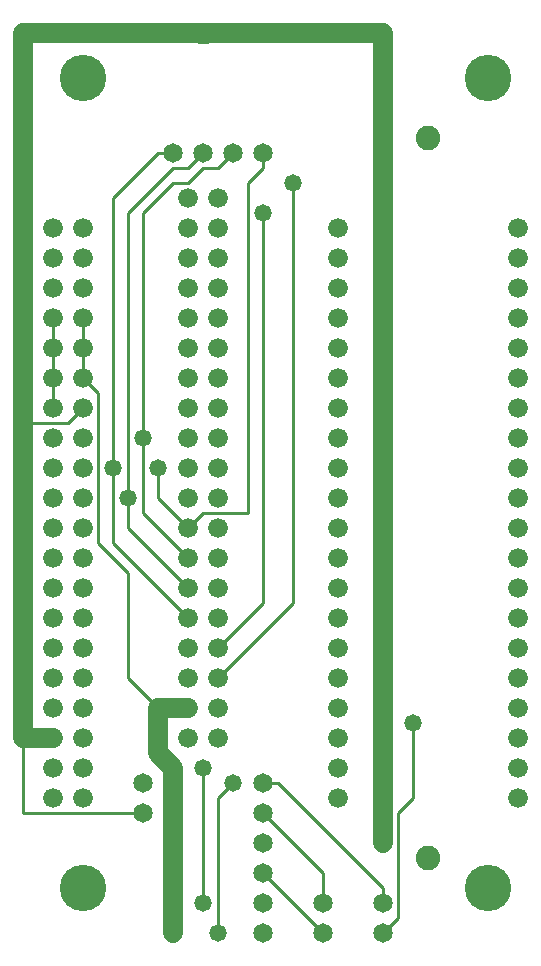
<source format=gtl>
%MOIN*%
%FSLAX25Y25*%
G04 D10 used for Character Trace; *
G04     Circle (OD=.01000) (No hole)*
G04 D11 used for Power Trace; *
G04     Circle (OD=.06700) (No hole)*
G04 D12 used for Signal Trace; *
G04     Circle (OD=.01100) (No hole)*
G04 D13 used for Via; *
G04     Circle (OD=.05800) (Round. Hole ID=.02800)*
G04 D14 used for Component hole; *
G04     Circle (OD=.06500) (Round. Hole ID=.03500)*
G04 D15 used for Component hole; *
G04     Circle (OD=.06600) (Round. Hole ID=.04200)*
G04 D16 used for Component hole; *
G04     Circle (OD=.08200) (Round. Hole ID=.05200)*
G04 D17 used for Component hole; *
G04     Circle (OD=.08950) (Round. Hole ID=.05950)*
G04 D18 used for Component hole; *
G04     Circle (OD=.11600) (Round. Hole ID=.08600)*
G04 D19 used for Component hole; *
G04     Circle (OD=.15500) (Round. Hole ID=.12500)*
G04 D20 used for Component hole; *
G04     Circle (OD=.18200) (Round. Hole ID=.15200)*
G04 D21 used for Component hole; *
G04     Circle (OD=.24300) (Round. Hole ID=.21300)*
%ADD10C,.01000*%
%ADD11C,.06700*%
%ADD12C,.01100*%
%ADD13C,.05800*%
%ADD14C,.06500*%
%ADD15C,.06600*%
%ADD16C,.08200*%
%ADD17C,.08950*%
%ADD18C,.11600*%
%ADD19C,.15500*%
%ADD20C,.18200*%
%ADD21C,.24300*%
%IPPOS*%
%LPD*%
G90*X0Y0D02*D19*X25000Y25000D03*D14*              
X45000Y50000D03*D12*X5000D01*Y75000D01*D11*       
X15000D01*D15*D03*X25000Y65000D03*Y85000D03*      
Y75000D03*X15000Y85000D03*D11*X5000Y75000D02*     
Y180000D01*Y310000D01*X55000D01*D14*D03*D11*      
X65000D01*D10*X63326Y311914D02*X64163Y312871D01*  
X65837D01*X66674Y311914D01*Y310957D01*            
X65837Y310000D01*X64163D01*X63326Y309043D01*      
Y307129D01*X66674D01*D14*X65000Y310000D03*D11*    
X75000D01*D14*D03*D11*X85000D01*D14*D03*D11*      
X125000D01*Y40000D01*D13*D03*D12*X130000Y15000D02*
Y50000D01*X125000Y10000D02*X130000Y15000D01*D14*  
X125000Y10000D03*Y20000D03*D12*Y25000D01*         
X90000Y60000D01*X85000D01*D14*D03*D13*X75000D03*  
D12*X70000Y55000D01*Y10000D01*D13*D03*            
X65000Y20000D03*D12*Y65000D01*D13*D03*D15*        
X70000Y75000D03*D11*X55000Y40000D02*Y65000D01*D14*
Y40000D03*D11*Y30000D01*D14*D03*D11*Y20000D01*D14*
D03*D11*Y10000D01*D14*D03*X85000Y40000D03*        
Y10000D03*Y20000D03*Y30000D03*D12*                
X105000Y10000D01*D14*D03*Y20000D03*D12*Y30000D01* 
X85000Y50000D01*D14*D03*D15*X110000Y75000D03*     
X60000D03*X110000Y55000D03*Y65000D03*D11*         
X55000D02*X50000Y70000D01*Y85000D01*X60000D01*D15*
D03*X70000Y95000D03*D12*X95000Y120000D01*         
Y260000D01*D13*D03*D14*X85000Y270000D03*D12*      
Y265000D01*X80000Y260000D01*Y150000D01*X65000D01* 
X60000Y145000D01*D15*D03*D12*X50000Y155000D01*    
Y165000D01*D13*D03*D15*X60000Y155000D03*          
Y175000D03*D13*X40000Y155000D03*D12*Y145000D01*   
X60000Y125000D01*D15*D03*X70000Y115000D03*        
Y135000D03*Y125000D03*X60000Y135000D03*D12*       
X45000Y150000D01*Y175000D01*D13*D03*D12*          
Y250000D01*X55000Y260000D01*X60000D01*            
X65000Y265000D01*X70000D01*X75000Y270000D01*D14*  
D03*X65000D03*D12*X60000Y265000D01*X55000D01*     
X40000Y250000D01*Y155000D01*D13*X35000Y165000D03* 
D12*Y140000D01*X60000Y115000D01*D15*D03*          
X70000Y105000D03*D12*X85000Y120000D01*Y250000D01* 
D13*D03*D15*X70000Y235000D03*Y255000D03*          
Y245000D03*X110000Y225000D03*X60000D03*           
X110000Y235000D03*X70000Y225000D03*               
X110000Y245000D03*X60000Y255000D03*Y245000D03*    
Y235000D03*D14*X55000Y270000D03*D12*X50000D01*    
X35000Y255000D01*Y165000D01*D15*X25000Y175000D03* 
Y155000D03*Y165000D03*D12*X5000Y180000D02*        
X20000D01*D15*X15000Y175000D03*Y185000D03*D12*    
Y195000D01*D15*D03*D12*Y205000D01*D15*D03*D12*    
Y215000D01*D15*D03*X25000Y205000D03*D12*          
Y195000D01*D15*D03*D12*X30000Y190000D01*          
Y140000D01*X40000Y130000D01*Y95000D01*            
X50000Y85000D01*D15*X60000Y95000D03*Y105000D03*   
X70000Y85000D03*X25000Y105000D03*Y95000D03*D14*   
X45000Y60000D03*D15*X25000Y55000D03*Y115000D03*   
X15000D03*Y105000D03*Y95000D03*Y65000D03*         
Y55000D03*X25000Y125000D03*X15000D03*             
X25000Y135000D03*X15000D03*X110000Y145000D03*     
X70000D03*X110000Y85000D03*Y95000D03*Y105000D03*  
X25000Y145000D03*X110000Y115000D03*               
X15000Y145000D03*X110000Y125000D03*Y135000D03*    
Y155000D03*X70000D03*X15000D03*X110000Y165000D03* 
D12*X130000Y50000D02*X135000Y55000D01*Y80000D01*  
D13*D03*D15*X170000Y115000D03*Y55000D03*Y65000D03*
Y75000D03*Y85000D03*Y95000D03*Y105000D03*         
Y125000D03*D16*X140000Y35000D03*D15*              
X170000Y135000D03*D19*X160000Y25000D03*D15*       
X170000Y145000D03*Y155000D03*Y165000D03*X70000D03*
X60000D03*X170000Y175000D03*X110000D03*X70000D03* 
X170000Y185000D03*X110000D03*X70000D03*X60000D03* 
X25000D03*D12*X20000Y180000D01*D15*               
X15000Y165000D03*D12*X25000Y205000D02*Y215000D01* 
D15*D03*X15000Y225000D03*X25000D03*Y235000D03*    
X15000D03*X25000Y245000D03*X15000D03*             
X60000Y195000D03*Y205000D03*Y215000D03*           
X70000Y195000D03*Y205000D03*Y215000D03*D19*       
X25000Y295000D03*D15*X110000Y195000D03*Y205000D03*
Y215000D03*D10*X63326Y311914D02*X64163Y312871D01* 
X65837D01*X66674Y311914D01*Y310957D01*            
X65837Y310000D01*X64163D01*X63326Y309043D01*      
Y307129D01*X66674D01*D16*X140000Y275000D03*D19*   
X160000Y295000D03*D15*X170000Y195000D03*          
Y205000D03*Y215000D03*Y225000D03*Y235000D03*      
Y245000D03*M02*                                   

</source>
